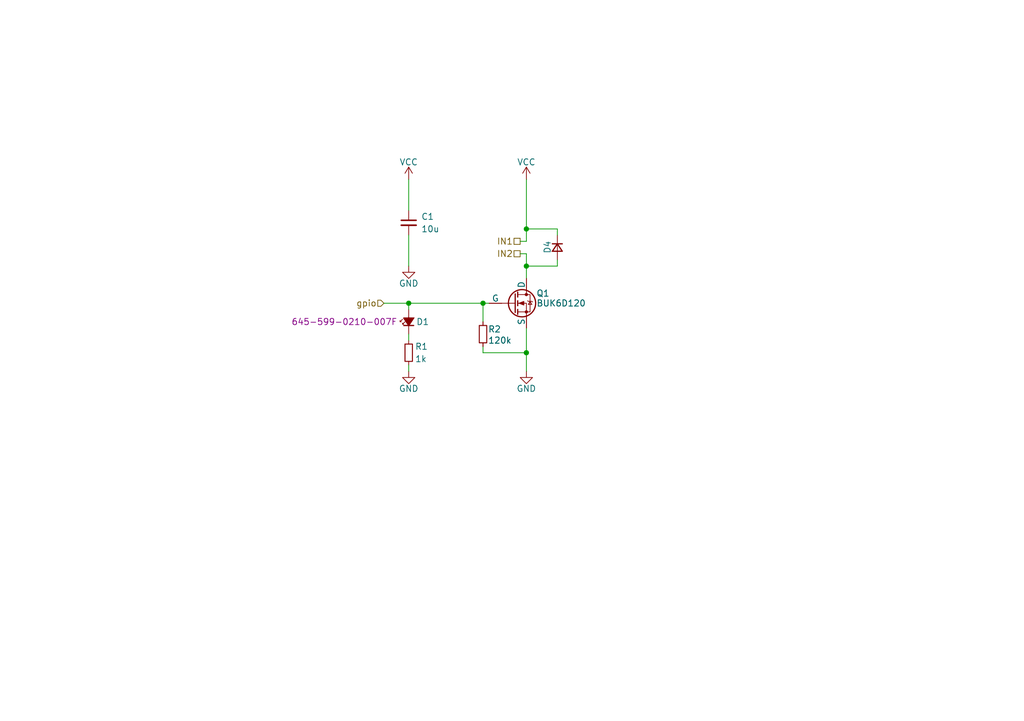
<source format=kicad_sch>
(kicad_sch (version 20231120) (generator "eeschema") (generator_version "8.0")
  (paper "A5")
  (title_block (title "Coil driver") (date "2024-06-13") (rev "0.1") (comment 1 "Jonas Stirnemann"))
  (lib_symbols
    (symbol "Device:C_Small" (pin_numbers hide) (pin_names (offset 0.254) hide)
      (property "Reference" "C" (at 0.254 1.778 0))
      (property "Value" "C_Small" (at 0.254 -2.032 0))
      (symbol "C_Small_0_1"
        (polyline (pts (xy -1.524 -0.508) (xy 1.524 -0.508)) (stroke (width 0.3302)))
        (polyline (pts (xy -1.524 0.508) (xy 1.524 0.508)) (stroke (width 0.3048)))
      )
      (symbol "C_Small_1_1"
        (pin passive line (at 0 2.54 270) (length 2.032) (name "~") (number "1"))
        (pin passive line (at 0 -2.54 90) (length 2.032) (name "~") (number "2"))
      )
    )
    (symbol "Device:D_Small" (pin_numbers hide) (pin_names (offset 0.254) hide)
      (property "Reference" "D" (at -1.27 2.032 0))
      (property "Value" "D_Small" (at -3.81 -2.032 0))
      (symbol "D_Small_0_1"
        (polyline (pts (xy -0.762 -1.016) (xy -0.762 1.016)) (stroke (width 0.254)))
        (polyline (pts (xy -0.762 0) (xy 0.762 0)))
        (polyline (pts (xy 0.762 -1.016) (xy -0.762 0) (xy 0.762 1.016) (xy 0.762 -1.016)) (stroke (width 0.254)))
      )
      (symbol "D_Small_1_1"
        (pin passive line (at -2.54 0 0) (length 1.778) (name "K") (number "1"))
        (pin passive line (at 2.54 0 180) (length 1.778) (name "A") (number "2"))
      )
    )
    (symbol "Device:LED_Small_Filled" (pin_numbers hide) (pin_names (offset 0.254) hide)
      (property "Reference" "D" (at -1.27 3.175 0))
      (property "Value" "LED_Small_Filled" (at -4.445 -2.54 0))
      (symbol "LED_Small_Filled_0_1"
        (polyline (pts (xy -0.762 -1.016) (xy -0.762 1.016)) (stroke (width 0.254)))
        (polyline (pts (xy 1.016 0) (xy -0.762 0)))
        (polyline (pts (xy 0.762 -1.016) (xy -0.762 0) (xy 0.762 1.016) (xy 0.762 -1.016)) (stroke (width 0.254)) (fill (type outline)))
        (polyline (pts (xy 0 0.762) (xy -0.508 1.27) (xy -0.254 1.27) (xy -0.508 1.27) (xy -0.508 1.016)))
        (polyline (pts (xy 0.508 1.27) (xy 0 1.778) (xy 0.254 1.778) (xy 0 1.778) (xy 0 1.524)))
      )
      (symbol "LED_Small_Filled_1_1"
        (pin passive line (at -2.54 0 0) (length 1.778) (name "K") (number "1"))
        (pin passive line (at 2.54 0 180) (length 1.778) (name "A") (number "2"))
      )
    )
    (symbol "Device:R_Small" (pin_numbers hide) (pin_names (offset 0.254) hide)
      (property "Reference" "R" (at 0.762 0.508 0))
      (property "Value" "R_Small" (at 0.762 -1.016 0))
      (symbol "R_Small_0_1"
        (rectangle (start -0.762 1.778) (end 0.762 -1.778) (stroke (width 0.2032)))
      )
      (symbol "R_Small_1_1"
        (pin passive line (at 0 2.54 270) (length 0.762) (name "~") (number "1"))
        (pin passive line (at 0 -2.54 90) (length 0.762) (name "~") (number "2"))
      )
    )
    (symbol "Simulation_SPICE:NMOS" (pin_numbers hide) (pin_names (offset 0))
      (property "Reference" "Q" (at 5.08 1.27 0))
      (property "Value" "NMOS" (at 5.08 -1.27 0))
      (symbol "NMOS_0_1"
        (polyline (pts (xy 0.254 0) (xy -2.54 0)))
        (polyline (pts (xy 0.254 1.905) (xy 0.254 -1.905)) (stroke (width 0.254)))
        (polyline (pts (xy 0.762 -1.27) (xy 0.762 -2.286)) (stroke (width 0.254)))
        (polyline (pts (xy 0.762 0.508) (xy 0.762 -0.508)) (stroke (width 0.254)))
        (polyline (pts (xy 0.762 2.286) (xy 0.762 1.27)) (stroke (width 0.254)))
        (polyline (pts (xy 2.54 2.54) (xy 2.54 1.778)))
        (polyline (pts (xy 2.54 -2.54) (xy 2.54 0) (xy 0.762 0)))
        (polyline (pts (xy 0.762 -1.778) (xy 3.302 -1.778) (xy 3.302 1.778) (xy 0.762 1.778)))
        (polyline (pts (xy 1.016 0) (xy 2.032 0.381) (xy 2.032 -0.381) (xy 1.016 0)) (fill (type outline)))
        (polyline (pts (xy 2.794 0.508) (xy 2.921 0.381) (xy 3.683 0.381) (xy 3.81 0.254)))
        (polyline (pts (xy 3.302 0.381) (xy 2.921 -0.254) (xy 3.683 -0.254) (xy 3.302 0.381)))
        (circle (center 1.651 0) (radius 2.794) (stroke (width 0.254)))
        (circle (center 2.54 -1.778) (radius 0.254) (fill (type outline)))
        (circle (center 2.54 1.778) (radius 0.254) (fill (type outline)))
      )
      (symbol "NMOS_1_1"
        (pin passive line (at 2.54 5.08 270) (length 2.54) (name "D") (number "1"))
        (pin input line (at -5.08 0 0) (length 2.54) (name "G") (number "2"))
        (pin passive line (at 2.54 -5.08 90) (length 2.54) (name "S") (number "3"))
      )
    )
    (symbol "power:GND" (power) (pin_numbers hide) (pin_names (offset 0) hide)
      (property "Value" "GND" (at 0 -3.81 0))
      (symbol "GND_0_1"
        (polyline (pts (xy 0 0) (xy 0 -1.27) (xy 1.27 -1.27) (xy 0 -2.54) (xy -1.27 -1.27) (xy 0 -1.27)))
      )
      (symbol "GND_1_1"
        (pin power_in line (at 0 0 270) (length 0) (name "~") (number "1"))
      )
    )
    (symbol "power:VCC" (power) (pin_numbers hide) (pin_names (offset 0) hide)
      (property "Value" "VCC" (at 0 3.556 0))
      (symbol "VCC_0_1"
        (polyline (pts (xy -0.762 1.27) (xy 0 2.54)))
        (polyline (pts (xy 0 0) (xy 0 2.54)))
        (polyline (pts (xy 0 2.54) (xy 0.762 1.27)))
      )
      (symbol "VCC_1_1"
        (pin power_in line (at 0 0 90) (length 0) (name "~") (number "1"))
      )
    )
  )
  (junction (at 107.95 54.61))
  (junction (at 107.95 72.39))
  (junction (at 83.82 62.23))
  (junction (at 99.06 62.23))
  (junction (at 107.95 46.99))
  (wire (pts (xy 114.3 46.99) (xy 114.3 48.26)))
  (wire (pts (xy 83.82 74.93) (xy 83.82 76.2)))
  (wire (pts (xy 78.74 62.23) (xy 83.82 62.23)))
  (wire (pts (xy 114.3 54.61) (xy 107.95 54.61)))
  (wire (pts (xy 83.82 48.26) (xy 83.82 54.61)))
  (wire (pts (xy 83.82 36.83) (xy 83.82 43.18)))
  (wire (pts (xy 99.06 72.39) (xy 107.95 72.39)))
  (wire (pts (xy 106.68 49.53) (xy 107.95 49.53)))
  (wire (pts (xy 107.95 52.07) (xy 107.95 54.61)))
  (wire (pts (xy 83.82 68.58) (xy 83.82 69.85)))
  (wire (pts (xy 107.95 72.39) (xy 107.95 76.2)))
  (wire (pts (xy 107.95 46.99) (xy 107.95 49.53)))
  (wire (pts (xy 114.3 46.99) (xy 107.95 46.99)))
  (wire (pts (xy 83.82 62.23) (xy 83.82 63.5)))
  (wire (pts (xy 107.95 67.31) (xy 107.95 72.39)))
  (wire (pts (xy 114.3 53.34) (xy 114.3 54.61)))
  (wire (pts (xy 99.06 62.23) (xy 100.33 62.23)))
  (wire (pts (xy 99.06 62.23) (xy 99.06 66.04)))
  (wire (pts (xy 107.95 36.83) (xy 107.95 46.99)))
  (wire (pts (xy 106.68 52.07) (xy 107.95 52.07)))
  (wire (pts (xy 99.06 71.12) (xy 99.06 72.39)))
  (wire (pts (xy 107.95 54.61) (xy 107.95 57.15)))
  (wire (pts (xy 83.82 62.23) (xy 99.06 62.23)))
  (hierarchical_label "IN2" (shape passive) (at 106.68 52.07 180))
  (hierarchical_label "IN1" (shape passive) (at 106.68 49.53 180))
  (hierarchical_label "gpio" (shape input) (at 78.74 62.23 180))
  (symbol (lib_id "Device:R_Small") (at 99.06 68.58 0) (unit 1)
    (property "Reference" "R2" (at 100.076 67.564 0) (effects (justify left)))
    (property "Value" "120k" (at 100.076 69.85 0) (effects (justify left)))
    (property "Footprint" "Resistor_SMD:R_1206_3216Metric" (effects (hide yes)))
    (property "Description" "Resistor, small symbol" (effects (hide yes)))
    (instances (project "coil_driver" (path "" (reference "R2") (unit 1)) (path "" (reference "R5") (unit 1)) (path "" (reference "R8") (unit 1)) (path "" (reference "R12") (unit 1)) (path "" (reference "R15") (unit 1)) (path "" (reference "R18") (unit 1))))
  )
  (symbol (lib_id "Simulation_SPICE:NMOS") (at 105.41 62.23 0) (unit 1)
    (property "Reference" "Q1" (at 109.982 60.198 0) (effects (justify left)))
    (property "Value" "BUK6D120" (at 109.982 62.23 0) (effects (justify left)))
    (property "Footprint" "TRANSISTOR:TRANS_BUK9D23-40EX" (effects (hide yes)))
    (property "Datasheet" "https://www.lcsc.com/datasheet/lcsc_datasheet_2305191651_MDD-Microdiode-Electronics-MDD50N03D_C5357578.pdf" (effects (hide yes)))
    (property "MOUSER" " 771-BUK6D120-40EX " (effects (hide yes)))
    (property "MFR" " BUK6D120-40EX " (effects (hide yes)))
    (instances (project "coil_driver" (path "" (reference "Q1") (unit 1)) (path "" (reference "Q2") (unit 1)) (path "" (reference "Q3") (unit 1)) (path "" (reference "Q4") (unit 1)) (path "" (reference "Q5") (unit 1)) (path "" (reference "Q6") (unit 1))))
  )
  (symbol (lib_id "power:GND") (at 83.82 76.2 0) (unit 1)
    (property "Reference" "#PWR01" (effects (hide yes)))
    (property "Value" "GND" (at 83.82 79.756 0))
    (property "Description" "Power symbol creates a global label with name \"GND\" , ground" (effects (hide yes)))
    (instances (project "coil_driver" (path "" (reference "#PWR01") (unit 1)) (path "" (reference "#PWR06") (unit 1)) (path "" (reference "#PWR011") (unit 1)) (path "" (reference "#PWR016") (unit 1)) (path "" (reference "#PWR022") (unit 1)) (path "" (reference "#PWR027") (unit 1))))
  )
  (symbol (lib_id "power:VCC") (at 107.95 36.83 0) (unit 1)
    (property "Reference" "#PWR04" (effects (hide yes)))
    (property "Value" "VCC" (at 107.95 33.274 0))
    (property "Description" "Power symbol creates a global label with name \"VCC\"" (effects (hide yes)))
    (instances (project "coil_driver" (path "" (reference "#PWR04") (unit 1)) (path "" (reference "#PWR09") (unit 1)) (path "" (reference "#PWR014") (unit 1)) (path "" (reference "#PWR019") (unit 1)) (path "" (reference "#PWR025") (unit 1)) (path "" (reference "#PWR030") (unit 1))))
  )
  (symbol (lib_id "power:GND") (at 83.82 54.61 0) (unit 1)
    (property "Reference" "#PWR013" (effects (hide yes)))
    (property "Value" "GND" (at 83.82 58.166 0))
    (property "Description" "Power symbol creates a global label with name \"GND\" , ground" (effects (hide yes)))
    (instances (project "coil_driver" (path "" (reference "#PWR013") (unit 1)) (path "" (reference "#PWR015") (unit 1)) (path "" (reference "#PWR017") (unit 1)) (path "" (reference "#PWR018") (unit 1)) (path "" (reference "#PWR020") (unit 1)) (path "" (reference "#PWR021") (unit 1))))
  )
  (symbol (lib_id "Device:R_Small") (at 83.82 72.39 0) (unit 1)
    (property "Reference" "R1" (at 85.09 71.12 0) (effects (justify left)))
    (property "Value" "1k" (at 85.09 73.66 0) (effects (justify left)))
    (property "Footprint" "Resistor_SMD:R_1206_3216Metric" (effects (hide yes)))
    (property "Description" "Resistor, small symbol" (effects (hide yes)))
    (instances (project "coil_driver" (path "" (reference "R1") (unit 1)) (path "" (reference "R3") (unit 1)) (path "" (reference "R6") (unit 1)) (path "" (reference "R10") (unit 1)) (path "" (reference "R13") (unit 1)) (path "" (reference "R16") (unit 1))))
  )
  (symbol (lib_id "Device:D_Small") (at 114.3 50.8 270) (unit 1)
    (property "Reference" "D4" (at 112.268 52.07 0) (effects (justify right)))
    (property "Value" "D_Small" (effects (hide yes)))
    (property "Footprint" "Diode_SMD:D_SOD-128" (effects (hide yes)))
    (property "Description" "Diode, small symbol" (effects (hide yes)))
    (property "MOUSER" " 755-YQ3LAM10DTR " (effects (hide yes)))
    (property "MFR" " YQ3LAM10DTR" (effects (hide yes)))
    (instances (project "coil_driver" (path "" (reference "D4") (unit 1)) (path "" (reference "D6") (unit 1)) (path "" (reference "D9") (unit 1)) (path "" (reference "D12") (unit 1)) (path "" (reference "D15") (unit 1)) (path "" (reference "D18") (unit 1))))
  )
  (symbol (lib_id "power:GND") (at 107.95 76.2 0) (unit 1)
    (property "Reference" "#PWR02" (effects (hide yes)))
    (property "Value" "GND" (at 107.95 79.756 0))
    (property "Description" "Power symbol creates a global label with name \"GND\" , ground" (effects (hide yes)))
    (instances (project "coil_driver" (path "" (reference "#PWR02") (unit 1)) (path "" (reference "#PWR03") (unit 1)) (path "" (reference "#PWR07") (unit 1)) (path "" (reference "#PWR08") (unit 1)) (path "" (reference "#PWR010") (unit 1)) (path "" (reference "#PWR012") (unit 1))))
  )
  (symbol (lib_id "power:VCC") (at 83.82 36.83 0) (unit 1)
    (property "Reference" "#PWR032" (effects (hide yes)))
    (property "Value" "VCC" (at 83.82 33.274 0))
    (property "Description" "Power symbol creates a global label with name \"VCC\"" (effects (hide yes)))
    (instances (project "coil_driver" (path "" (reference "#PWR032") (unit 1)) (path "" (reference "#PWR033") (unit 1)) (path "" (reference "#PWR034") (unit 1)) (path "" (reference "#PWR035") (unit 1)) (path "" (reference "#PWR036") (unit 1)) (path "" (reference "#PWR037") (unit 1))))
  )
  (symbol (lib_id "Device:LED_Small_Filled") (at 83.82 66.04 90) (unit 1)
    (property "Reference" "D1" (at 85.344 66.04 90) (effects (justify right)))
    (property "Value" "LED_Small_Filled" (effects (hide yes)))
    (property "Footprint" "LED_SMD:LED_1206_3216Metric" (effects (hide yes)))
    (property "Description" "Light emitting diode, small symbol, filled shape" (effects (hide yes)))
    (property "MOUSER" " 645-599-0210-007F " (at 70.612 66.04 90))
    (property "MFR" "599-0210-007F" (effects (hide yes)))
    (instances (project "coil_driver" (path "" (reference "D1") (unit 1)) (path "" (reference "D2") (unit 1)) (path "" (reference "D7") (unit 1)) (path "" (reference "D10") (unit 1)) (path "" (reference "D13") (unit 1)) (path "" (reference "D16") (unit 1))))
  )
  (symbol (lib_id "Device:C_Small") (at 83.82 45.72 0) (unit 1)
    (property "Reference" "C1" (at 86.36 44.4562 0) (effects (justify left)))
    (property "Value" "10u" (at 86.36 46.9962 0) (effects (justify left)))
    (property "Footprint" "Capacitor_SMD:C_1206_3216Metric" (effects (hide yes)))
    (property "Description" "Unpolarized capacitor, small symbol" (effects (hide yes)))
    (property "MOUSER" " 187-CL31A106MBHNNNE  " (effects (hide yes)))
    (property "MFR" "CL31A106MBHNNNE " (effects (hide yes)))
    (instances (project "coil_driver" (path "" (reference "C1") (unit 1)) (path "" (reference "C2") (unit 1)) (path "" (reference "C3") (unit 1)) (path "" (reference "C4") (unit 1)) (path "" (reference "C5") (unit 1)) (path "" (reference "C6") (unit 1))))
  )
)
</source>
